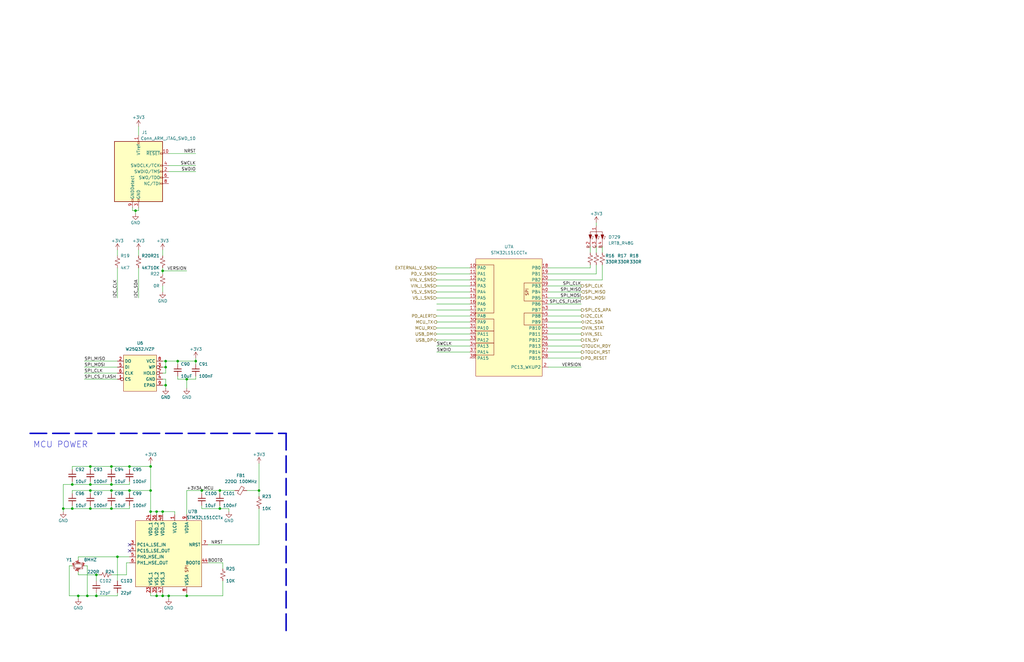
<source format=kicad_sch>
(kicad_sch (version 20211123) (generator eeschema)
  (paper "B")
  (lib_symbols
    (symbol "APA102_Matrix_Symbols:Conn_ARM_JTAG_SWD_10" (pin_names (offset 1.016))
      (property "Reference" "J" (at -2.54 16.51 0))
      (property "Value" "Conn_ARM_JTAG_SWD_10" (at -2.54 13.97 0))
      (symbol "Conn_ARM_JTAG_SWD_10_0_1"
        (rectangle (start -10.16 12.7) (end 10.16 -12.7) (stroke (width 0.254)) (fill (type background)))
        (rectangle (start -2.794 -12.7) (end -2.286 -11.684))
        (rectangle (start -0.254 -12.7) (end 0.254 -11.684))
        (rectangle (start -0.254 12.7) (end 0.254 11.684))
        (rectangle (start 9.144 2.286) (end 10.16 2.794))
        (rectangle (start 10.16 -2.794) (end 9.144 -2.286))
        (rectangle (start 10.16 -0.254) (end 9.144 0.254))
        (rectangle (start 10.16 7.874) (end 9.144 7.366))
      )
      (symbol "Conn_ARM_JTAG_SWD_10_1_1"
        (rectangle (start 9.144 -5.334) (end 10.16 -4.826))
        (pin power_in line (at 0 15.24 270) (length 2.54) (name "VTref") (number "1"))
        (pin open_collector line (at 12.7 7.62 180) (length 2.54) (name "~{RESET}") (number "10"))
        (pin bidirectional line (at 12.7 0 180) (length 2.54) (name "SWDIO/TMS") (number "2"))
        (pin power_in line (at 0 -15.24 90) (length 2.54) (name "GND") (number "3"))
        (pin output line (at 12.7 2.54 180) (length 2.54) (name "SWDCLK/TCK") (number "4"))
        (pin passive line (at 0 -15.24 90) (length 2.54) hide (name "GND") (number "5"))
        (pin input line (at 12.7 -2.54 180) (length 2.54) (name "SWO/TDO") (number "6"))
        (pin no_connect line (at -10.16 0 0) (length 2.54) hide (name "KEY") (number "7"))
        (pin output line (at 12.7 -5.08 180) (length 2.54) (name "NC/TDI") (number "8"))
        (pin passive line (at -2.54 -15.24 90) (length 2.54) (name "GNDDetect") (number "9"))
      )
    )
    (symbol "APA102_Matrix_Symbols:LRTB_R48G"
      (property "Reference" "D" (at 1.27 1.27 0))
      (property "Value" "LRTB_R48G" (at 6.35 -1.27 0))
      (symbol "LRTB_R48G_0_0"
        (polyline (pts (xy 0 -3.81) (xy 0 -2.54)))
        (polyline (pts (xy -3.175 -3.81) (xy -1.905 -3.81) (xy -2.54 -5.715) (xy -3.175 -3.81) (xy -2.54 -3.81)) (stroke (width 0.127)) (fill (type outline)))
        (polyline (pts (xy -2.54 -3.81) (xy -2.54 -2.54) (xy 0 -2.54) (xy 2.54 -2.54) (xy 2.54 -3.81)))
        (polyline (pts (xy -0.635 -3.81) (xy 0.635 -3.81) (xy 0 -5.715) (xy -0.635 -3.81) (xy 0 -3.81)) (stroke (width 0.127)) (fill (type outline)))
        (polyline (pts (xy 1.905 -3.81) (xy 3.175 -3.81) (xy 2.54 -5.715) (xy 1.905 -3.81) (xy 2.54 -3.81)) (stroke (width 0.127)) (fill (type outline)))
        (polyline (pts (xy -2.032 -5.08) (xy -1.524 -5.588) (xy -1.524 -5.08) (xy -1.524 -5.588) (xy -2.032 -5.588) (xy -1.524 -5.588)) (stroke (width 0.0762)))
        (polyline (pts (xy -1.778 -4.318) (xy -1.27 -4.826) (xy -1.27 -4.318) (xy -1.27 -4.826) (xy -1.778 -4.826) (xy -1.27 -4.826)) (stroke (width 0.0762)))
        (polyline (pts (xy 0.508 -5.08) (xy 1.016 -5.588) (xy 1.016 -5.08) (xy 1.016 -5.588) (xy 0.508 -5.588) (xy 1.016 -5.588)) (stroke (width 0.0762)))
        (polyline (pts (xy 0.762 -4.318) (xy 1.27 -4.826) (xy 1.27 -4.318) (xy 1.27 -4.826) (xy 0.762 -4.826) (xy 1.27 -4.826)) (stroke (width 0.0762)))
        (polyline (pts (xy 3.048 -5.08) (xy 3.556 -5.588) (xy 3.556 -5.08) (xy 3.556 -5.588) (xy 3.048 -5.588) (xy 3.556 -5.588)) (stroke (width 0.0762)))
        (polyline (pts (xy 3.302 -4.318) (xy 3.81 -4.826) (xy 3.81 -4.318) (xy 3.81 -4.826) (xy 3.302 -4.826) (xy 3.81 -4.826)) (stroke (width 0.0762)))
        (text "B" (at 2.54 -8.89 900) (effects (font (size 1.27 1.27)) (justify bottom)))
        (text "G" (at 0 -8.89 900) (effects (font (size 1.27 1.27)) (justify bottom)))
        (text "R" (at -2.54 -8.89 900) (effects (font (size 1.27 1.27)) (justify bottom)))
      )
      (symbol "LRTB_R48G_1_1"
        (pin passive line (at 0 0 270) (length 2.54) (name "") (number "1"))
        (pin passive line (at -2.54 -8.89 90) (length 3.175) (name "") (number "2"))
        (pin passive line (at 0 -8.89 90) (length 3.175) (name "") (number "3"))
        (pin passive line (at 2.54 -8.89 90) (length 3.175) (name "") (number "4"))
      )
    )
    (symbol "APA102_Matrix_Symbols:STM32L151CCTx"
      (property "Reference" "U" (at 15.24 7.62 0))
      (property "Value" "STM32L151CCTx" (at 22.86 5.08 0))
      (symbol "STM32L151CCTx_0_0"
        (text "SPI" (at 24.13 -10.16 900) (effects (font (size 1.27 1.27))))
      )
      (symbol "STM32L151CCTx_1_1"
        (polyline (pts (xy 2.54 -31.75) (xy 10.16 -31.75) (xy 10.16 -36.83) (xy 2.54 -36.83)))
        (polyline (pts (xy 2.54 -26.67) (xy 10.16 -26.67) (xy 10.16 -31.75) (xy 2.54 -31.75)))
        (polyline (pts (xy 2.54 -21.59) (xy 10.16 -21.59) (xy 10.16 -26.67) (xy 2.54 -26.67)))
        (polyline (pts (xy 2.54 1.27) (xy 10.16 1.27) (xy 10.16 -19.05) (xy 2.54 -19.05)))
        (polyline (pts (xy 30.48 -24.13) (xy 22.86 -24.13) (xy 22.86 -19.05) (xy 30.48 -19.05)))
        (polyline (pts (xy 30.48 -13.97) (xy 22.86 -13.97) (xy 22.86 -6.35) (xy 30.48 -6.35)))
        (rectangle (start 2.54 3.81) (end 30.48 -45.72) (fill (type background)))
        (pin bidirectional line (at 0 0 0) (length 2.54) (name "PA0") (number "10"))
        (pin bidirectional line (at 0 -2.54 0) (length 2.54) (name "PA1") (number "11"))
        (pin bidirectional line (at 0 -5.08 0) (length 2.54) (name "PA2") (number "12"))
        (pin bidirectional line (at 0 -7.62 0) (length 2.54) (name "PA3") (number "13"))
        (pin bidirectional line (at 0 -10.16 0) (length 2.54) (name "PA4") (number "14"))
        (pin bidirectional line (at 0 -12.7 0) (length 2.54) (name "PA5") (number "15"))
        (pin bidirectional line (at 0 -15.24 0) (length 2.54) (name "PA6") (number "16"))
        (pin bidirectional line (at 0 -17.78 0) (length 2.54) (name "PA7") (number "17"))
        (pin bidirectional line (at 33.02 0 180) (length 2.54) (name "PB0") (number "18"))
        (pin bidirectional line (at 33.02 -2.54 180) (length 2.54) (name "PB1") (number "19"))
        (pin bidirectional line (at 33.02 -41.91 180) (length 2.54) (name "PC13_WKUP2") (number "2"))
        (pin bidirectional line (at 33.02 -5.08 180) (length 2.54) (name "PB2") (number "20"))
        (pin bidirectional line (at 33.02 -25.4 180) (length 2.54) (name "PB10") (number "21"))
        (pin bidirectional line (at 33.02 -27.94 180) (length 2.54) (name "PB11") (number "22"))
        (pin bidirectional line (at 33.02 -30.48 180) (length 2.54) (name "PB12") (number "25"))
        (pin bidirectional line (at 33.02 -33.02 180) (length 2.54) (name "PB13") (number "26"))
        (pin bidirectional line (at 33.02 -35.56 180) (length 2.54) (name "PB14") (number "27"))
        (pin bidirectional line (at 33.02 -38.1 180) (length 2.54) (name "PB15") (number "28"))
        (pin bidirectional line (at 0 -20.32 0) (length 2.54) (name "PA8") (number "29"))
        (pin bidirectional line (at 0 -22.86 0) (length 2.54) (name "PA9") (number "30"))
        (pin bidirectional line (at 0 -25.4 0) (length 2.54) (name "PA10") (number "31"))
        (pin bidirectional line (at 0 -27.94 0) (length 2.54) (name "PA11") (number "32"))
        (pin bidirectional line (at 0 -30.48 0) (length 2.54) (name "PA12") (number "33"))
        (pin bidirectional line (at 0 -33.02 0) (length 2.54) (name "PA13") (number "34"))
        (pin bidirectional line (at 0 -35.56 0) (length 2.54) (name "PA14") (number "37"))
        (pin bidirectional line (at 0 -38.1 0) (length 2.54) (name "PA15") (number "38"))
        (pin bidirectional line (at 33.02 -7.62 180) (length 2.54) (name "PB3") (number "39"))
        (pin bidirectional line (at 33.02 -10.16 180) (length 2.54) (name "PB4") (number "40"))
        (pin bidirectional line (at 33.02 -12.7 180) (length 2.54) (name "PB5") (number "41"))
        (pin bidirectional line (at 33.02 -15.24 180) (length 2.54) (name "PB6") (number "42"))
        (pin bidirectional line (at 33.02 -17.78 180) (length 2.54) (name "PB7") (number "43"))
        (pin bidirectional line (at 33.02 -20.32 180) (length 2.54) (name "PB8") (number "45"))
        (pin bidirectional line (at 33.02 -22.86 180) (length 2.54) (name "PB9") (number "46"))
      )
      (symbol "STM32L151CCTx_2_1"
        (rectangle (start 2.54 -17.78) (end 30.48 10.16) (fill (type background)))
        (pin power_in line (at 19.05 12.7 270) (length 2.54) (name "VLCD") (number "1"))
        (pin power_in line (at 8.89 -20.32 90) (length 2.54) (name "VSS_1") (number "23"))
        (pin power_in line (at 8.89 12.7 270) (length 2.54) (name "VDD_1") (number "24"))
        (pin bidirectional line (at 0 0 0) (length 2.54) (name "PC14_LSE_IN") (number "3"))
        (pin power_in line (at 11.43 -20.32 90) (length 2.54) (name "VSS_2") (number "35"))
        (pin power_in line (at 11.43 12.7 270) (length 2.54) (name "VDD_2") (number "36"))
        (pin bidirectional line (at 0 -2.54 0) (length 2.54) (name "PC15_LSE_OUT") (number "4"))
        (pin input line (at 33.02 -7.62 180) (length 2.54) (name "BOOT0") (number "44"))
        (pin power_in line (at 13.97 -20.32 90) (length 2.54) (name "VSS_3") (number "47"))
        (pin power_in line (at 13.97 12.7 270) (length 2.54) (name "VDD_3") (number "48"))
        (pin input line (at 0 -5.08 0) (length 2.54) (name "PH0_HSE_IN") (number "5"))
        (pin bidirectional line (at 0 -7.62 0) (length 2.54) (name "PH1_HSE_OUT") (number "6"))
        (pin input line (at 33.02 0 180) (length 2.54) (name "NRST") (number "7"))
        (pin power_in line (at 24.13 -20.32 90) (length 2.54) (name "VSSA") (number "8"))
        (pin power_in line (at 24.13 12.7 270) (length 2.54) (name "VDDA") (number "9"))
      )
    )
    (symbol "APA102_Matrix_Symbols:W25Q32JVZP"
      (property "Reference" "U" (at 3.81 6.35 0))
      (property "Value" "W25Q32JVZP" (at 8.89 3.81 0))
      (symbol "W25Q32JVZP_0_0"
        (pin input inverted (at 0 -7.62 0) (length 2.54) (name "CS") (number "1"))
        (pin output line (at 0 0 0) (length 2.54) (name "DO") (number "2"))
        (pin input inverted (at 19.05 -2.54 180) (length 2.54) (name "WP") (number "3"))
        (pin power_in line (at 19.05 -7.62 180) (length 2.54) (name "GND") (number "4"))
        (pin input line (at 0 -2.54 0) (length 2.54) (name "DI") (number "5"))
        (pin input line (at 0 -5.08 0) (length 2.54) (name "CLK") (number "6"))
        (pin input inverted (at 19.05 -5.08 180) (length 2.54) (name "HOLD") (number "7"))
        (pin power_in line (at 19.05 0 180) (length 2.54) (name "VCC") (number "8"))
        (pin power_in line (at 19.05 -10.16 180) (length 2.54) (name "EPAD") (number "9"))
      )
      (symbol "W25Q32JVZP_0_1"
        (rectangle (start 16.51 2.54) (end 2.54 -12.7) (fill (type background)))
      )
    )
    (symbol "Device:C_Small" (pin_numbers hide) (pin_names (offset 0.254) hide)
      (property "Reference" "C" (at 0.254 1.778 0))
      (property "Value" "C_Small" (at 0.254 -2.032 0))
      (symbol "C_Small_0_1"
        (polyline (pts (xy -1.524 -0.508) (xy 1.524 -0.508)) (stroke (width 0.3302)))
        (polyline (pts (xy -1.524 0.508) (xy 1.524 0.508)) (stroke (width 0.3048)))
      )
      (symbol "C_Small_1_1"
        (pin passive line (at 0 2.54 270) (length 2.032) (name "~") (number "1"))
        (pin passive line (at 0 -2.54 90) (length 2.032) (name "~") (number "2"))
      )
    )
    (symbol "Device:Crystal_GND24_Small" (pin_names (offset 1.016) hide)
      (property "Reference" "Y" (at 1.27 4.445 0))
      (property "Value" "Crystal_GND24_Small" (at 1.27 2.54 0))
      (symbol "Crystal_GND24_Small_0_1"
        (rectangle (start -0.762 -1.524) (end 0.762 1.524))
        (polyline (pts (xy -1.27 -0.762) (xy -1.27 0.762)) (stroke (width 0.381)))
        (polyline (pts (xy 1.27 -0.762) (xy 1.27 0.762)) (stroke (width 0.381)))
        (polyline (pts (xy -1.27 -1.27) (xy -1.27 -1.905) (xy 1.27 -1.905) (xy 1.27 -1.27)))
        (polyline (pts (xy -1.27 1.27) (xy -1.27 1.905) (xy 1.27 1.905) (xy 1.27 1.27)))
      )
      (symbol "Crystal_GND24_Small_1_1"
        (pin passive line (at -2.54 0 0) (length 1.27) (name "1") (number "1"))
        (pin passive line (at 0 -2.54 90) (length 0.635) (name "2") (number "2"))
        (pin passive line (at 2.54 0 180) (length 1.27) (name "3") (number "3"))
        (pin passive line (at 0 2.54 270) (length 0.635) (name "4") (number "4"))
      )
    )
    (symbol "Device:FerriteBead_Small" (pin_numbers hide) (pin_names (offset 0))
      (property "Reference" "FB" (at 1.905 1.27 0))
      (property "Value" "FerriteBead_Small" (at 1.905 -1.27 0))
      (symbol "FerriteBead_Small_0_1"
        (polyline (pts (xy 0 -1.27) (xy 0 -0.7874)))
        (polyline (pts (xy 0 0.889) (xy 0 1.2954)))
        (polyline (pts (xy -1.8288 0.2794) (xy -1.1176 1.4986) (xy 1.8288 -0.2032) (xy 1.1176 -1.4224) (xy -1.8288 0.2794)))
      )
      (symbol "FerriteBead_Small_1_1"
        (pin passive line (at 0 2.54 270) (length 1.27) (name "~") (number "1"))
        (pin passive line (at 0 -2.54 90) (length 1.27) (name "~") (number "2"))
      )
    )
    (symbol "Device:R_Small_US" (pin_numbers hide) (pin_names (offset 0.254) hide)
      (property "Reference" "R" (at 0.762 0.508 0))
      (property "Value" "R_Small_US" (at 0.762 -1.016 0))
      (symbol "R_Small_US_1_1"
        (polyline (pts (xy 0 0) (xy 1.016 -0.381) (xy 0 -0.762) (xy -1.016 -1.143) (xy 0 -1.524)))
        (polyline (pts (xy 0 1.524) (xy 1.016 1.143) (xy 0 0.762) (xy -1.016 0.381) (xy 0 0)))
        (pin passive line (at 0 2.54 270) (length 1.016) (name "~") (number "1"))
        (pin passive line (at 0 -2.54 90) (length 1.016) (name "~") (number "2"))
      )
    )
    (symbol "power:+3V3" (power) (pin_names (offset 0))
      (property "Value" "+3V3" (at 0 3.556 0))
      (symbol "+3V3_0_1"
        (polyline (pts (xy -0.762 1.27) (xy 0 2.54)))
        (polyline (pts (xy 0 0) (xy 0 2.54)))
        (polyline (pts (xy 0 2.54) (xy 0.762 1.27)))
      )
      (symbol "+3V3_1_1"
        (pin power_in line (at 0 0 90) (length 0) hide (name "+3V3") (number "1"))
      )
    )
    (symbol "power:GND" (power) (pin_names (offset 0))
      (property "Value" "GND" (at 0 -3.81 0))
      (symbol "GND_0_1"
        (polyline (pts (xy 0 0) (xy 0 -1.27) (xy 1.27 -1.27) (xy 0 -2.54) (xy -1.27 -1.27) (xy 0 -1.27)))
      )
      (symbol "GND_1_1"
        (pin power_in line (at 0 0 270) (length 0) hide (name "GND") (number "1"))
      )
    )
  )
  (junction (at 46.99 207.01))
  (junction (at 69.85 162.56))
  (junction (at 63.5 207.01))
  (junction (at 54.61 207.01))
  (junction (at 74.93 152.4))
  (junction (at 92.71 214.63))
  (junction (at 85.09 207.01))
  (junction (at 36.83 251.46))
  (junction (at 26.67 214.63))
  (junction (at 38.1 207.01))
  (junction (at 78.74 251.46))
  (junction (at 46.99 204.47))
  (junction (at 30.48 204.47))
  (junction (at 33.02 251.46))
  (junction (at 92.71 207.01))
  (junction (at 78.74 160.02))
  (junction (at 68.58 251.46))
  (junction (at 63.5 215.9))
  (junction (at 69.85 152.4))
  (junction (at 46.99 214.63))
  (junction (at 38.1 214.63))
  (junction (at 49.53 234.95))
  (junction (at 69.85 154.94))
  (junction (at 57.15 88.9))
  (junction (at 109.22 207.01))
  (junction (at 63.5 196.85))
  (junction (at 30.48 214.63))
  (junction (at 46.99 196.85))
  (junction (at 66.04 251.46))
  (junction (at 38.1 204.47))
  (junction (at 40.64 251.46))
  (junction (at 71.12 251.46))
  (junction (at 40.64 242.57))
  (junction (at 68.58 114.3))
  (junction (at 38.1 196.85))
  (junction (at 54.61 196.85))
  (junction (at 68.58 215.9))
  (junction (at 66.04 215.9))
  (junction (at 82.55 152.4))
  (no_connect (at 54.61 232.41))
  (no_connect (at 54.61 229.87))
  (wire (pts (xy 38.1 204.47) (xy 30.48 204.47)))
  (wire (pts (xy 68.58 114.3) (xy 68.58 115.57)))
  (wire (pts (xy 184.15 148.59) (xy 198.12 148.59)))
  (wire (pts (xy 198.12 133.35) (xy 184.15 133.35)))
  (wire (pts (xy 93.98 237.49) (xy 93.98 240.03)))
  (wire (pts (xy 33.02 251.46) (xy 33.02 252.73)))
  (wire (pts (xy 184.15 140.97) (xy 198.12 140.97)))
  (wire (pts (xy 184.15 125.73) (xy 198.12 125.73)))
  (wire (pts (xy 38.1 213.36) (xy 38.1 214.63)))
  (wire (pts (xy 184.15 115.57) (xy 198.12 115.57)))
  (wire (pts (xy 66.04 215.9) (xy 68.58 215.9)))
  (wire (pts (xy 231.14 113.03) (xy 248.92 113.03)))
  (wire (pts (xy 231.14 115.57) (xy 251.46 115.57)))
  (wire (pts (xy 231.14 128.27) (xy 245.11 128.27)))
  (wire (pts (xy 35.56 238.76) (xy 36.83 238.76)))
  (wire (pts (xy 96.52 214.63) (xy 96.52 215.9)))
  (wire (pts (xy 68.58 250.19) (xy 68.58 251.46)))
  (wire (pts (xy 92.71 214.63) (xy 96.52 214.63)))
  (wire (pts (xy 71.12 64.77) (xy 82.55 64.77)))
  (wire (pts (xy 55.88 88.9) (xy 57.15 88.9)))
  (wire (pts (xy 68.58 113.03) (xy 68.58 114.3)))
  (wire (pts (xy 35.56 157.48) (xy 49.53 157.48)))
  (wire (pts (xy 46.99 196.85) (xy 54.61 196.85)))
  (wire (pts (xy 184.15 130.81) (xy 198.12 130.81)))
  (wire (pts (xy 68.58 160.02) (xy 69.85 160.02)))
  (wire (pts (xy 63.5 195.58) (xy 63.5 196.85)))
  (wire (pts (xy 92.71 214.63) (xy 92.71 213.36)))
  (wire (pts (xy 109.22 195.58) (xy 109.22 207.01)))
  (wire (pts (xy 231.14 143.51) (xy 245.11 143.51)))
  (wire (pts (xy 251.46 111.76) (xy 251.46 115.57)))
  (wire (pts (xy 251.46 93.98) (xy 251.46 95.25)))
  (wire (pts (xy 29.21 251.46) (xy 33.02 251.46)))
  (wire (pts (xy 73.66 217.17) (xy 73.66 215.9)))
  (wire (pts (xy 68.58 105.41) (xy 68.58 107.95)))
  (wire (pts (xy 35.56 154.94) (xy 49.53 154.94)))
  (wire (pts (xy 66.04 215.9) (xy 63.5 215.9)))
  (wire (pts (xy 184.15 123.19) (xy 198.12 123.19)))
  (wire (pts (xy 38.1 203.2) (xy 38.1 204.47)))
  (wire (pts (xy 33.02 234.95) (xy 49.53 234.95)))
  (wire (pts (xy 78.74 251.46) (xy 78.74 250.19)))
  (wire (pts (xy 40.64 250.19) (xy 40.64 251.46)))
  (wire (pts (xy 49.53 105.41) (xy 49.53 107.95)))
  (wire (pts (xy 68.58 217.17) (xy 68.58 215.9)))
  (wire (pts (xy 68.58 162.56) (xy 69.85 162.56)))
  (wire (pts (xy 30.48 204.47) (xy 26.67 204.47)))
  (wire (pts (xy 93.98 245.11) (xy 93.98 251.46)))
  (wire (pts (xy 58.42 88.9) (xy 58.42 87.63)))
  (wire (pts (xy 26.67 214.63) (xy 30.48 214.63)))
  (wire (pts (xy 231.14 118.11) (xy 254 118.11)))
  (wire (pts (xy 33.02 236.22) (xy 33.02 234.95)))
  (wire (pts (xy 184.15 138.43) (xy 198.12 138.43)))
  (wire (pts (xy 69.85 152.4) (xy 74.93 152.4)))
  (wire (pts (xy 26.67 215.9) (xy 26.67 214.63)))
  (wire (pts (xy 35.56 160.02) (xy 49.53 160.02)))
  (wire (pts (xy 66.04 217.17) (xy 66.04 215.9)))
  (wire (pts (xy 78.74 160.02) (xy 82.55 160.02)))
  (wire (pts (xy 63.5 196.85) (xy 63.5 207.01)))
  (wire (pts (xy 58.42 113.03) (xy 58.42 125.73)))
  (wire (pts (xy 30.48 238.76) (xy 29.21 238.76)))
  (wire (pts (xy 184.15 143.51) (xy 198.12 143.51)))
  (wire (pts (xy 38.1 207.01) (xy 38.1 208.28)))
  (wire (pts (xy 71.12 251.46) (xy 71.12 252.73)))
  (wire (pts (xy 231.14 130.81) (xy 245.11 130.81)))
  (wire (pts (xy 68.58 157.48) (xy 69.85 157.48)))
  (wire (pts (xy 74.93 158.75) (xy 74.93 160.02)))
  (wire (pts (xy 30.48 203.2) (xy 30.48 204.47)))
  (wire (pts (xy 58.42 105.41) (xy 58.42 107.95)))
  (wire (pts (xy 231.14 151.13) (xy 245.11 151.13)))
  (wire (pts (xy 231.14 154.94) (xy 245.11 154.94)))
  (wire (pts (xy 69.85 162.56) (xy 69.85 163.83)))
  (wire (pts (xy 231.14 140.97) (xy 245.11 140.97)))
  (wire (pts (xy 68.58 154.94) (xy 69.85 154.94)))
  (wire (pts (xy 85.09 214.63) (xy 92.71 214.63)))
  (wire (pts (xy 231.14 135.89) (xy 245.11 135.89)))
  (wire (pts (xy 30.48 213.36) (xy 30.48 214.63)))
  (wire (pts (xy 30.48 198.12) (xy 30.48 196.85)))
  (wire (pts (xy 104.14 207.01) (xy 109.22 207.01)))
  (wire (pts (xy 46.99 204.47) (xy 38.1 204.47)))
  (wire (pts (xy 92.71 207.01) (xy 99.06 207.01)))
  (wire (pts (xy 38.1 196.85) (xy 46.99 196.85)))
  (wire (pts (xy 78.74 114.3) (xy 68.58 114.3)))
  (wire (pts (xy 184.15 120.65) (xy 198.12 120.65)))
  (wire (pts (xy 68.58 120.65) (xy 68.58 123.19)))
  (wire (pts (xy 69.85 160.02) (xy 69.85 162.56)))
  (wire (pts (xy 82.55 151.13) (xy 82.55 152.4)))
  (wire (pts (xy 248.92 113.03) (xy 248.92 111.76)))
  (wire (pts (xy 54.61 214.63) (xy 54.61 213.36)))
  (wire (pts (xy 74.93 152.4) (xy 74.93 153.67)))
  (wire (pts (xy 49.53 113.03) (xy 49.53 125.73)))
  (wire (pts (xy 54.61 203.2) (xy 54.61 204.47)))
  (wire (pts (xy 71.12 72.39) (xy 82.55 72.39)))
  (wire (pts (xy 68.58 215.9) (xy 73.66 215.9)))
  (wire (pts (xy 54.61 204.47) (xy 46.99 204.47)))
  (wire (pts (xy 49.53 250.19) (xy 49.53 251.46)))
  (wire (pts (xy 63.5 217.17) (xy 63.5 215.9)))
  (wire (pts (xy 184.15 146.05) (xy 198.12 146.05)))
  (polyline (pts (xy 12.7 182.88) (xy 120.65 182.88)) (stroke (width 0.635)))
  (wire (pts (xy 66.04 251.46) (xy 68.58 251.46)))
  (wire (pts (xy 46.99 207.01) (xy 38.1 207.01)))
  (wire (pts (xy 33.02 242.57) (xy 40.64 242.57)))
  (wire (pts (xy 35.56 152.4) (xy 49.53 152.4)))
  (wire (pts (xy 78.74 160.02) (xy 78.74 163.83)))
  (wire (pts (xy 30.48 214.63) (xy 38.1 214.63)))
  (wire (pts (xy 109.22 207.01) (xy 109.22 209.55)))
  (wire (pts (xy 38.1 214.63) (xy 46.99 214.63)))
  (wire (pts (xy 109.22 214.63) (xy 109.22 229.87)))
  (wire (pts (xy 78.74 217.17) (xy 78.74 207.01)))
  (wire (pts (xy 63.5 250.19) (xy 63.5 251.46)))
  (wire (pts (xy 66.04 250.19) (xy 66.04 251.46)))
  (wire (pts (xy 93.98 251.46) (xy 78.74 251.46)))
  (wire (pts (xy 231.14 125.73) (xy 245.11 125.73)))
  (wire (pts (xy 184.15 135.89) (xy 198.12 135.89)))
  (wire (pts (xy 63.5 215.9) (xy 63.5 207.01)))
  (wire (pts (xy 40.64 242.57) (xy 41.91 242.57)))
  (wire (pts (xy 231.14 133.35) (xy 245.11 133.35)))
  (wire (pts (xy 69.85 152.4) (xy 68.58 152.4)))
  (wire (pts (xy 254 104.14) (xy 254 106.68)))
  (wire (pts (xy 57.15 88.9) (xy 57.15 90.17)))
  (wire (pts (xy 54.61 207.01) (xy 46.99 207.01)))
  (wire (pts (xy 54.61 196.85) (xy 63.5 196.85)))
  (polyline (pts (xy 120.65 182.88) (xy 120.65 266.7)) (stroke (width 0.635)))
  (wire (pts (xy 46.99 242.57) (xy 53.34 242.57)))
  (wire (pts (xy 46.99 196.85) (xy 46.99 198.12)))
  (wire (pts (xy 85.09 207.01) (xy 92.71 207.01)))
  (wire (pts (xy 26.67 204.47) (xy 26.67 214.63)))
  (wire (pts (xy 40.64 251.46) (xy 36.83 251.46)))
  (wire (pts (xy 231.14 123.19) (xy 245.11 123.19)))
  (wire (pts (xy 87.63 229.87) (xy 109.22 229.87)))
  (wire (pts (xy 46.99 213.36) (xy 46.99 214.63)))
  (wire (pts (xy 71.12 251.46) (xy 78.74 251.46)))
  (wire (pts (xy 49.53 251.46) (xy 40.64 251.46)))
  (wire (pts (xy 63.5 207.01) (xy 54.61 207.01)))
  (wire (pts (xy 40.64 242.57) (xy 40.64 245.11)))
  (wire (pts (xy 30.48 196.85) (xy 38.1 196.85)))
  (wire (pts (xy 248.92 104.14) (xy 248.92 106.68)))
  (wire (pts (xy 46.99 207.01) (xy 46.99 208.28)))
  (wire (pts (xy 74.93 152.4) (xy 82.55 152.4)))
  (wire (pts (xy 38.1 196.85) (xy 38.1 198.12)))
  (wire (pts (xy 69.85 154.94) (xy 69.85 152.4)))
  (wire (pts (xy 38.1 207.01) (xy 30.48 207.01)))
  (wire (pts (xy 231.14 148.59) (xy 245.11 148.59)))
  (wire (pts (xy 49.53 234.95) (xy 54.61 234.95)))
  (wire (pts (xy 85.09 207.01) (xy 85.09 208.28)))
  (wire (pts (xy 87.63 237.49) (xy 93.98 237.49)))
  (wire (pts (xy 57.15 88.9) (xy 58.42 88.9)))
  (wire (pts (xy 92.71 207.01) (xy 92.71 208.28)))
  (wire (pts (xy 46.99 214.63) (xy 54.61 214.63)))
  (wire (pts (xy 29.21 238.76) (xy 29.21 251.46)))
  (wire (pts (xy 54.61 196.85) (xy 54.61 198.12)))
  (wire (pts (xy 78.74 207.01) (xy 85.09 207.01)))
  (wire (pts (xy 82.55 160.02) (xy 82.55 158.75)))
  (wire (pts (xy 46.99 203.2) (xy 46.99 204.47)))
  (wire (pts (xy 231.14 146.05) (xy 245.11 146.05)))
  (wire (pts (xy 71.12 69.85) (xy 82.55 69.85)))
  (wire (pts (xy 231.14 138.43) (xy 245.11 138.43)))
  (wire (pts (xy 53.34 242.57) (xy 53.34 237.49)))
  (wire (pts (xy 55.88 87.63) (xy 55.88 88.9)))
  (wire (pts (xy 49.53 234.95) (xy 49.53 245.11)))
  (wire (pts (xy 251.46 104.14) (xy 251.46 106.68)))
  (wire (pts (xy 184.15 118.11) (xy 198.12 118.11)))
  (wire (pts (xy 74.93 160.02) (xy 78.74 160.02)))
  (wire (pts (xy 85.09 213.36) (xy 85.09 214.63)))
  (wire (pts (xy 63.5 251.46) (xy 66.04 251.46)))
  (wire (pts (xy 68.58 251.46) (xy 71.12 251.46)))
  (wire (pts (xy 254 111.76) (xy 254 118.11)))
  (wire (pts (xy 184.15 113.03) (xy 198.12 113.03)))
  (wire (pts (xy 36.83 251.46) (xy 33.02 251.46)))
  (wire (pts (xy 69.85 157.48) (xy 69.85 154.94)))
  (wire (pts (xy 30.48 207.01) (xy 30.48 208.28)))
  (wire (pts (xy 33.02 241.3) (xy 33.02 242.57)))
  (wire (pts (xy 53.34 237.49) (xy 54.61 237.49)))
  (wire (pts (xy 184.15 128.27) (xy 198.12 128.27)))
  (wire (pts (xy 36.83 238.76) (xy 36.83 251.46)))
  (wire (pts (xy 82.55 152.4) (xy 82.55 153.67)))
  (wire (pts (xy 54.61 207.01) (xy 54.61 208.28)))
  (wire (pts (xy 231.14 120.65) (xy 245.11 120.65)))
  (wire (pts (xy 58.42 53.34) (xy 58.42 57.15)))
  (text "MCU POWER" (at 13.97 189.23 0) (effects (font (size 2.54 2.54)) (justify left bottom)))
  (label "SWCLK" (at 82.55 69.85 180))
  (label "SPI_CS_FLASH" (at 35.56 160.02 0))
  (label "SPI_MOSI" (at 35.56 154.94 0))
  (label "SPI_CS_FLASH" (at 245.11 128.27 180))
  (label "VERSION" (at 78.74 114.3 180))
  (label "+3V3A_MCU" (at 78.74 207.01 0))
  (label "SPI_MISO" (at 35.56 152.4 0))
  (label "VERSION" (at 245.11 154.94 180))
  (label "SWDIO" (at 184.15 148.59 0))
  (label "SWDIO" (at 82.55 72.39 180))
  (label "I2C_CLK" (at 49.53 125.73 90))
  (label "BOOT0" (at 93.98 237.49 180))
  (label "SPI_MISO" (at 245.11 123.19 180))
  (label "SWCLK" (at 184.15 146.05 0))
  (label "NRST" (at 82.55 64.77 180))
  (label "SPI_CLK" (at 245.11 120.65 180))
  (label "I2C_SDA" (at 58.42 125.73 90))
  (label "SPI_CLK" (at 35.56 157.48 0))
  (label "SPI_MOSI" (at 245.11 125.73 180))
  (label "NRST" (at 93.98 229.87 180))
  (hierarchical_label "TOUCH_RST" (shape output) (at 245.11 148.59 0))
  (hierarchical_label "SPI_MISO" (shape input) (at 245.11 123.19 0))
  (hierarchical_label "V5_V_SNS" (shape input) (at 184.15 123.19 180))
  (hierarchical_label "VIN_I_SNS" (shape input) (at 184.15 120.65 180))
  (hierarchical_label "EN_5V" (shape output) (at 245.11 143.51 0))
  (hierarchical_label "PD_ALERT" (shape input) (at 184.15 133.35 180))
  (hierarchical_label "SPI_CLK" (shape output) (at 245.11 120.65 0))
  (hierarchical_label "USB_DP" (shape bidirectional) (at 184.15 143.51 180))
  (hierarchical_label "PD_RESET" (shape output) (at 245.11 151.13 0))
  (hierarchical_label "I2C_SDA" (shape bidirectional) (at 245.11 135.89 0))
  (hierarchical_label "VIN_STAT" (shape input) (at 245.11 138.43 0))
  (hierarchical_label "VIN_SEL" (shape output) (at 245.11 140.97 0))
  (hierarchical_label "I2C_CLK" (shape output) (at 245.11 133.35 0))
  (hierarchical_label "V5_I_SNS" (shape input) (at 184.15 125.73 180))
  (hierarchical_label "EXTERNAL_V_SNS" (shape input) (at 184.15 113.03 180))
  (hierarchical_label "SPI_CS_APA" (shape output) (at 245.11 130.81 0))
  (hierarchical_label "USB_DM" (shape bidirectional) (at 184.15 140.97 180))
  (hierarchical_label "TOUCH_RDY" (shape input) (at 245.11 146.05 0))
  (hierarchical_label "VIN_V_SNS" (shape input) (at 184.15 118.11 180))
  (hierarchical_label "SPI_MOSI" (shape output) (at 245.11 125.73 0))
  (hierarchical_label "PD_V_SNS" (shape input) (at 184.15 115.57 180))
  (hierarchical_label "MCU_RX" (shape input) (at 184.15 138.43 180))
  (hierarchical_label "MCU_TX" (shape output) (at 184.15 135.89 180))
  (symbol (lib_id "Device:C_Small") (at 46.99 200.66 0) (unit 1)
    (property "Reference" "C94" (at 48.26 198.12 0) (effects (justify left)))
    (property "Value" "10uF" (at 48.26 203.2 0) (effects (justify left)))
    (property "Footprint" "APA102_Matrix_Footprints:C_0603" (effects hide))
  )
  (symbol (lib_id "APA102_Matrix_Symbols:LRTB_R48G") (at 251.46 95.25 0) (unit 1)
    (property "Reference" "D729" (at 256.54 100.0521 0) (effects (justify left)))
    (property "Value" "LRTB_R48G" (at 256.54 102.5921 0) (effects (justify left)))
    (property "Footprint" "APA102_Matrix_Footprints:LRTB_R48G" (effects hide))
  )
  (symbol (lib_id "power:+3V3") (at 58.42 105.41 0) (unit 1)
    (property "Reference" "#PWR01564" (effects hide))
    (property "Value" "+3V3" (at 58.42 101.6 0))
  )
  (symbol (lib_id "Device:C_Small") (at 40.64 247.65 0) (unit 1)
    (property "Reference" "C102" (at 41.91 245.11 0) (effects (justify left)))
    (property "Value" "22pF" (at 41.91 250.19 0) (effects (justify left)))
    (property "Footprint" "APA102_Matrix_Footprints:C_0603" (effects hide))
  )
  (symbol (lib_id "Device:R_Small_US") (at 68.58 118.11 0) (mirror y) (unit 1)
    (property "Reference" "R22" (at 67.31 115.57 0) (effects (justify left)))
    (property "Value" "0R" (at 67.31 120.65 0) (effects (justify left)))
    (property "Footprint" "APA102_Matrix_Footprints:R_0603" (effects hide))
  )
  (symbol (lib_id "power:GND") (at 68.58 123.19 0) (mirror y) (unit 1)
    (property "Reference" "#PWR01566" (effects hide))
    (property "Value" "GND" (at 68.58 127 0))
  )
  (symbol (lib_id "APA102_Matrix_Symbols:STM32L151CCTx") (at 54.61 229.87 0) (unit 2)
    (property "Reference" "U7" (at 81.28 215.9 0))
    (property "Value" "STM32L151CCTx" (at 86.36 218.44 0))
    (property "Footprint" "APA102_Matrix_Footprints:LQFP48" (effects hide))
  )
  (symbol (lib_id "Device:C_Small") (at 30.48 200.66 0) (unit 1)
    (property "Reference" "C92" (at 31.75 198.12 0) (effects (justify left)))
    (property "Value" "10uF" (at 31.75 203.2 0) (effects (justify left)))
    (property "Footprint" "APA102_Matrix_Footprints:C_0603" (effects hide))
  )
  (symbol (lib_id "Device:C_Small") (at 82.55 156.21 0) (unit 1)
    (property "Reference" "C91" (at 83.82 153.67 0) (effects (justify left)))
    (property "Value" "100nF" (at 83.82 158.75 0) (effects (justify left)))
    (property "Footprint" "APA102_Matrix_Footprints:C_0603" (effects hide))
  )
  (symbol (lib_id "Device:C_Small") (at 38.1 200.66 0) (unit 1)
    (property "Reference" "C93" (at 39.37 198.12 0) (effects (justify left)))
    (property "Value" "100nF" (at 39.37 203.2 0) (effects (justify left)))
    (property "Footprint" "APA102_Matrix_Footprints:C_0603" (effects hide))
  )
  (symbol (lib_id "Device:R_Small_US") (at 68.58 110.49 0) (mirror y) (unit 1)
    (property "Reference" "R21" (at 67.31 107.95 0) (effects (justify left)))
    (property "Value" "10K" (at 67.31 113.03 0) (effects (justify left)))
    (property "Footprint" "APA102_Matrix_Footprints:R_0603" (effects hide))
  )
  (symbol (lib_id "Device:R_Small_US") (at 58.42 110.49 0) (unit 1)
    (property "Reference" "R20" (at 59.69 107.95 0) (effects (justify left)))
    (property "Value" "4K7" (at 59.69 113.03 0) (effects (justify left)))
    (property "Footprint" "APA102_Matrix_Footprints:R_0603" (effects hide))
  )
  (symbol (lib_id "Device:C_Small") (at 54.61 200.66 0) (unit 1)
    (property "Reference" "C95" (at 55.88 198.12 0) (effects (justify left)))
    (property "Value" "100nF" (at 55.88 203.2 0) (effects (justify left)))
    (property "Footprint" "APA102_Matrix_Footprints:C_0603" (effects hide))
  )
  (symbol (lib_id "Device:FerriteBead_Small") (at 101.6 207.01 90) (unit 1)
    (property "Reference" "FB1" (at 101.5619 200.66 90))
    (property "Value" "220Ω 100MHz" (at 101.5619 203.2 90))
    (property "Footprint" "APA102_Matrix_Footprints:L_0603" (effects hide))
  )
  (symbol (lib_id "power:+3V3") (at 251.46 93.98 0) (mirror y) (unit 1)
    (property "Reference" "#PWR01558" (effects hide))
    (property "Value" "+3V3" (at 251.46 90.17 0))
  )
  (symbol (lib_id "Device:R_Small_US") (at 251.46 109.22 0) (unit 1)
    (property "Reference" "R17" (at 260.35 107.95 0) (effects (justify left)))
    (property "Value" "330R" (at 260.35 110.49 0) (effects (justify left)))
    (property "Footprint" "APA102_Matrix_Footprints:R_0603" (effects hide))
  )
  (symbol (lib_id "power:GND") (at 26.67 215.9 0) (unit 1)
    (property "Reference" "#PWR01569" (effects hide))
    (property "Value" "GND" (at 26.67 219.71 0))
  )
  (symbol (lib_id "Device:C_Small") (at 38.1 210.82 0) (unit 1)
    (property "Reference" "C97" (at 39.37 208.28 0) (effects (justify left)))
    (property "Value" "100nF" (at 39.37 213.36 0) (effects (justify left)))
    (property "Footprint" "APA102_Matrix_Footprints:C_0603" (effects hide))
  )
  (symbol (lib_id "Device:C_Small") (at 46.99 210.82 0) (unit 1)
    (property "Reference" "C98" (at 48.26 208.28 0) (effects (justify left)))
    (property "Value" "10uF" (at 48.26 213.36 0) (effects (justify left)))
    (property "Footprint" "APA102_Matrix_Footprints:C_0603" (effects hide))
  )
  (symbol (lib_id "power:+3V3") (at 49.53 105.41 0) (unit 1)
    (property "Reference" "#PWR01563" (effects hide))
    (property "Value" "+3V3" (at 49.53 101.6 0))
  )
  (symbol (lib_id "power:GND") (at 69.85 163.83 0) (mirror y) (unit 1)
    (property "Reference" "#PWR01560" (effects hide))
    (property "Value" "GND" (at 69.85 167.64 0))
  )
  (symbol (lib_id "power:+3V3") (at 58.42 53.34 0) (unit 1)
    (property "Reference" "#PWR01557" (effects hide))
    (property "Value" "+3V3" (at 58.42 49.53 0))
  )
  (symbol (lib_id "Device:Crystal_GND24_Small") (at 33.02 238.76 90) (mirror x) (unit 1)
    (property "Reference" "Y1" (at 29.21 236.22 90))
    (property "Value" "8MHZ" (at 38.1 236.22 90))
    (property "Footprint" "APA102_Matrix_Footprints:CRYSTAL_3225" (effects hide))
  )
  (symbol (lib_id "Device:R_Small_US") (at 93.98 242.57 0) (unit 1)
    (property "Reference" "R25" (at 95.25 240.03 0) (effects (justify left)))
    (property "Value" "10K" (at 95.25 245.11 0) (effects (justify left)))
    (property "Footprint" "APA102_Matrix_Footprints:R_0603" (effects hide))
  )
  (symbol (lib_id "Device:C_Small") (at 54.61 210.82 0) (unit 1)
    (property "Reference" "C99" (at 55.88 208.28 0) (effects (justify left)))
    (property "Value" "100nF" (at 55.88 213.36 0) (effects (justify left)))
    (property "Footprint" "APA102_Matrix_Footprints:C_0603" (effects hide))
  )
  (symbol (lib_id "power:GND") (at 33.02 252.73 0) (unit 1)
    (property "Reference" "#PWR01571" (effects hide))
    (property "Value" "GND" (at 33.02 256.54 0))
  )
  (symbol (lib_id "power:GND") (at 71.12 252.73 0) (unit 1)
    (property "Reference" "#PWR01572" (effects hide))
    (property "Value" "GND" (at 71.12 256.54 0))
  )
  (symbol (lib_id "Device:R_Small_US") (at 109.22 212.09 0) (unit 1)
    (property "Reference" "R23" (at 110.49 209.55 0) (effects (justify left)))
    (property "Value" "10K" (at 110.49 214.63 0) (effects (justify left)))
    (property "Footprint" "APA102_Matrix_Footprints:R_0603" (effects hide))
  )
  (symbol (lib_id "Device:R_Small_US") (at 254 109.22 0) (unit 1)
    (property "Reference" "R18" (at 265.43 107.95 0) (effects (justify left)))
    (property "Value" "330R" (at 265.43 110.49 0) (effects (justify left)))
    (property "Footprint" "APA102_Matrix_Footprints:R_0603" (effects hide))
  )
  (symbol (lib_id "power:+3V3") (at 68.58 105.41 0) (mirror y) (unit 1)
    (property "Reference" "#PWR01565" (effects hide))
    (property "Value" "+3V3" (at 68.58 101.6 0))
  )
  (symbol (lib_id "APA102_Matrix_Symbols:STM32L151CCTx") (at 198.12 113.03 0) (unit 1)
    (property "Reference" "U7" (at 214.63 104.14 0))
    (property "Value" "STM32L151CCTx" (at 214.63 106.68 0))
    (property "Footprint" "APA102_Matrix_Footprints:LQFP48" (effects hide))
  )
  (symbol (lib_id "Device:C_Small") (at 92.71 210.82 0) (unit 1)
    (property "Reference" "C101" (at 93.98 208.28 0) (effects (justify left)))
    (property "Value" "100nF" (at 93.98 213.36 0) (effects (justify left)))
    (property "Footprint" "APA102_Matrix_Footprints:C_0603" (effects hide))
  )
  (symbol (lib_id "Device:C_Small") (at 30.48 210.82 0) (unit 1)
    (property "Reference" "C96" (at 31.75 208.28 0) (effects (justify left)))
    (property "Value" "10uF" (at 31.75 213.36 0) (effects (justify left)))
    (property "Footprint" "APA102_Matrix_Footprints:C_0603" (effects hide))
  )
  (symbol (lib_id "power:+3V3") (at 63.5 195.58 0) (unit 1)
    (property "Reference" "#PWR01567" (effects hide))
    (property "Value" "+3V3" (at 63.5 191.77 0))
  )
  (symbol (lib_id "Device:R_Small_US") (at 248.92 109.22 0) (unit 1)
    (property "Reference" "R16" (at 255.27 107.95 0) (effects (justify left)))
    (property "Value" "330R" (at 255.27 110.49 0) (effects (justify left)))
    (property "Footprint" "APA102_Matrix_Footprints:R_0603" (effects hide))
  )
  (symbol (lib_id "APA102_Matrix_Symbols:Conn_ARM_JTAG_SWD_10") (at 58.42 72.39 0) (unit 1)
    (property "Reference" "J1" (at 62.23 55.88 0) (effects (justify right)))
    (property "Value" "Conn_ARM_JTAG_SWD_10" (at 82.55 58.42 0) (effects (justify right)))
    (property "Footprint" "APA102_Matrix_Footprints:SWD_2X5_1.27MM" (effects hide))
    (property "Datasheet" "http://infocenter.arm.com/help/topic/com.arm.doc.ddi0314h/DDI0314H_coresight_components_trm.pdf" (effects hide))
  )
  (symbol (lib_id "Device:C_Small") (at 85.09 210.82 0) (unit 1)
    (property "Reference" "C100" (at 86.36 208.28 0) (effects (justify left)))
    (property "Value" "10uF" (at 86.36 213.36 0) (effects (justify left)))
    (property "Footprint" "APA102_Matrix_Footprints:C_0603" (effects hide))
  )
  (symbol (lib_id "Device:C_Small") (at 74.93 156.21 0) (unit 1)
    (property "Reference" "C90" (at 76.2 153.67 0) (effects (justify left)))
    (property "Value" "10uF" (at 76.2 158.75 0) (effects (justify left)))
    (property "Footprint" "APA102_Matrix_Footprints:C_0603" (effects hide))
  )
  (symbol (lib_id "Device:C_Small") (at 49.53 247.65 0) (unit 1)
    (property "Reference" "C103" (at 50.8 245.11 0) (effects (justify left)))
    (property "Value" "22pF" (at 50.8 250.19 0) (effects (justify left)))
    (property "Footprint" "APA102_Matrix_Footprints:C_0603" (effects hide))
  )
  (symbol (lib_id "power:GND") (at 96.52 215.9 0) (unit 1)
    (property "Reference" "#PWR01570" (effects hide))
    (property "Value" "GND" (at 96.52 219.71 0))
  )
  (symbol (lib_id "power:+3V3") (at 109.22 195.58 0) (unit 1)
    (property "Reference" "#PWR01568" (effects hide))
    (property "Value" "+3V3" (at 109.22 191.77 0))
  )
  (symbol (lib_id "Device:R_Small_US") (at 49.53 110.49 0) (unit 1)
    (property "Reference" "R19" (at 50.8 107.95 0) (effects (justify left)))
    (property "Value" "4K7" (at 50.8 113.03 0) (effects (justify left)))
    (property "Footprint" "APA102_Matrix_Footprints:R_0603" (effects hide))
  )
  (symbol (lib_id "power:GND") (at 78.74 163.83 0) (mirror y) (unit 1)
    (property "Reference" "#PWR01561" (effects hide))
    (property "Value" "GND" (at 78.74 167.64 0))
  )
  (symbol (lib_id "APA102_Matrix_Symbols:W25Q32JVZP") (at 49.53 152.4 0) (unit 1)
    (property "Reference" "U6" (at 59.055 144.78 0))
    (property "Value" "W25Q32JVZP" (at 59.055 147.32 0))
    (property "Footprint" "APA102_Matrix_Footprints:WSON_8_6X5" (effects hide))
    (property "Datasheet" "https://www.winbond.com/resource-files/w25q32jv%20revg%2003272018%20plus.pdf" (effects hide))
  )
  (symbol (lib_id "power:GND") (at 57.15 90.17 0) (unit 1)
    (property "Reference" "#PWR01562" (effects hide))
    (property "Value" "GND" (at 57.15 93.98 0))
  )
  (symbol (lib_id "Device:R_Small_US") (at 44.45 242.57 90) (unit 1)
    (property "Reference" "R24" (at 48.26 241.3 90) (effects (justify left)))
    (property "Value" "220R" (at 41.91 241.3 90) (effects (justify left)))
    (property "Footprint" "APA102_Matrix_Footprints:R_0603" (effects hide))
  )
  (symbol (lib_id "power:+3V3") (at 82.55 151.13 0) (mirror y) (unit 1)
    (property "Reference" "#PWR01559" (effects hide))
    (property "Value" "+3V3" (at 82.55 147.32 0))
  )
)
</source>
